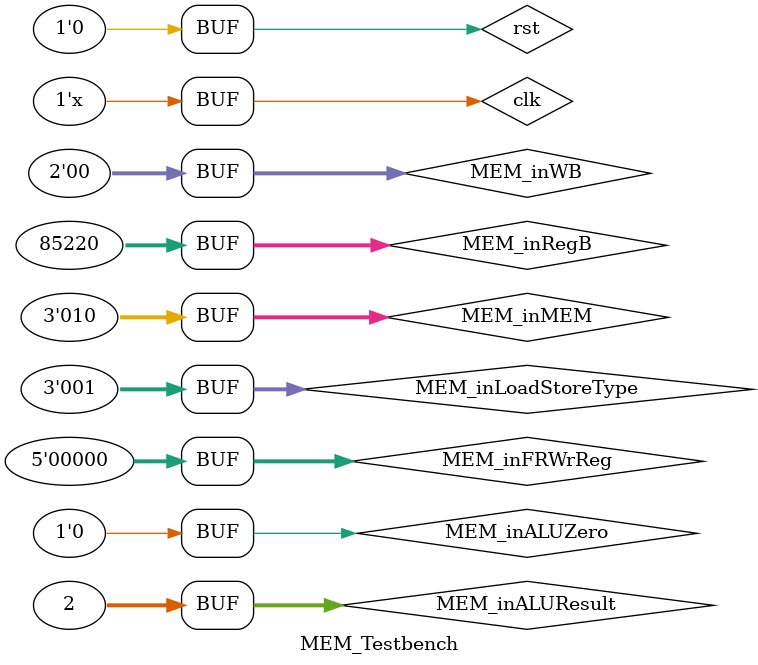
<source format=v>
`timescale 1ns / 1ps

module MEM_Testbench(

    );
    
    
 reg 		MEM_inALUZero, clk, rst; 	   
 reg [2:0]  MEM_inMEM;       
 reg [1:0]  MEM_inWB;        
 reg [2:0]  MEM_inLoadStoreType;    
 reg [4:0]  MEM_inFRWrReg; 
 reg [31:0] MEM_inALUResult;
 reg [31:0] MEM_inRegB;        

 // Stage Memory/WriteBack latch
 wire         MEM_osPC;           //MEM:osPC -> IF:inPCSel
 wire [1:0]    MEM_outWB;           //MEM:outWB -> WB:isWB
 wire [4:0]    MEM_outFRWrReg;   //MEM:outFRWrReg -> WB:inFRWrReg
 wire [31:0] MEM_outMem;       //MEM:outMem -> WB:inFRWrData
 wire [31:0] MEM_outALUResult; //MEM:outALUResult -> WB:inALUResult

    
    Memory MEM( // STAGE 4
 //Clock and Reset Signals
 .clk(clk),
 .rst(rst),
 
 //Input Signals
 .isALUZero(MEM_inALUZero),
 .isMemRead(MEM_inMEM[2]),
 .isMemWrite(MEM_inMEM[1]),
 .isBranch(MEM_inMEM[0]),
 .inWB(MEM_inWB),
 .isLoadStoreType(MEM_inLoadStoreType),
 .inFRWrReg(MEM_inFRWrReg),
 .inALUResult(MEM_inALUResult),
 .inRtReg(MEM_inRegB),
 
 //Output Signals
 .osPC(MEM_osPC),
 .outWB(MEM_outWB),
 .outFRWrReg(MEM_outFRWrReg), // 4:0
 .outMem(MEM_outMem),
 .outALUResult(MEM_outALUResult)
 );

    
    initial begin
    // PARTE 1 Cada ciclo de clock aumenta el PC y entrega la instruccion.
      clk         =   1'b0;
      rst         =   1'b1;     
      MEM_inALUZero = 1'b0;
      MEM_inMEM = 3'b0; // MemRd, MemWr, Branch
      MEM_inWB = 2'b0;
      MEM_inLoadStoreType = 3'b0;
      MEM_inFRWrReg = 5'b0;
      MEM_inALUResult = 32'b0;
      MEM_inRegB = 32'b0;
      // STORE   
      #20 rst =   1'b0;
      MEM_inMEM = 3'b010;
      MEM_inLoadStoreType = 3'b011; // STORE WORD
      MEM_inALUResult = 32'b0;
      MEM_inRegB = 32'd45;
      #100 
      MEM_inALUResult = 32'd1;
      MEM_inLoadStoreType = 3'b000; // STORE BYTE SIGNED
      MEM_inRegB = 32'd85220; // byte = 1110 0100 = 228
      #100
      MEM_inALUResult = 32'd2;
      MEM_inLoadStoreType = 3'b001; // STORE HALF WORD SIGNED
      MEM_inRegB = 32'd85220; // half word = 0100 1100 1110 0100 = 19684
      
      
      
      
         
    end
    
    
 always #5 clk=~clk;  // Genero los ciclos de reloj
    
endmodule
</source>
